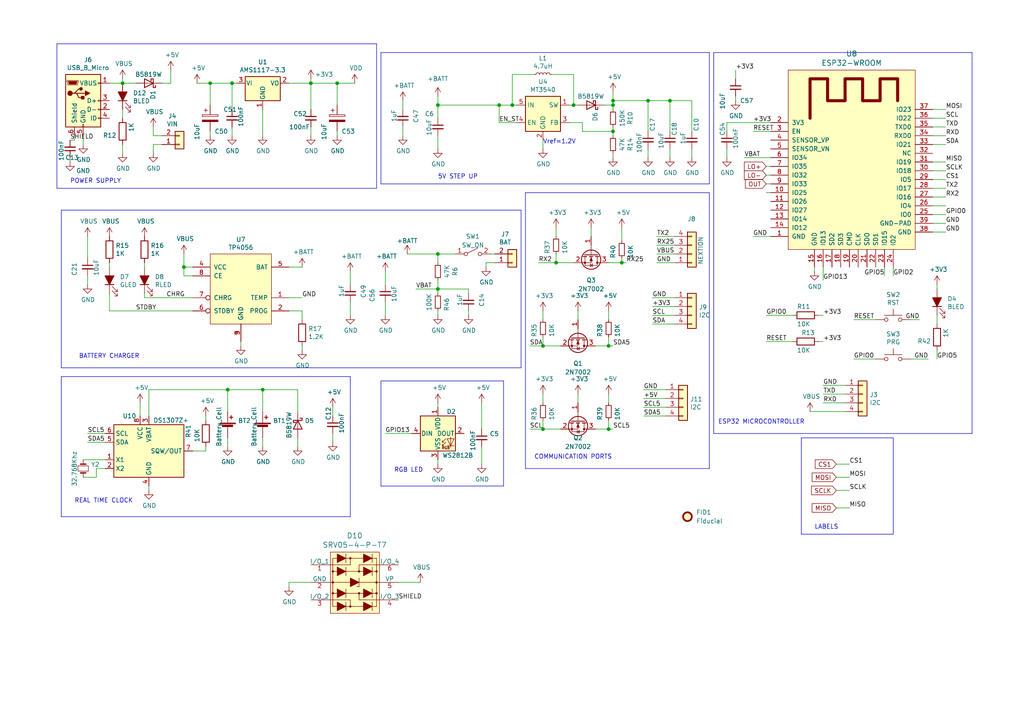
<source format=kicad_sch>
(kicad_sch (version 20230121) (generator eeschema)
  (paper "A4")
  (title_block (title "ECG IOT MODULE V-0.1") (date "2022-04-07") (company "BIOTI") (comment 1 "doenec@gmail.com") (comment 2 "ESTEBAN CORREDOR"))
  (junction (at 161.29 76.2))
  (junction (at 66.04 113.03))
  (junction (at 166.37 30.48))
  (junction (at 67.31 24.13))
  (junction (at 177.8 29.21))
  (junction (at 180.34 76.2))
  (junction (at 157.48 124.46))
  (junction (at 127 30.48))
  (junction (at 97.79 24.13))
  (junction (at 177.8 38.1))
  (junction (at 35.56 24.13))
  (junction (at 127 73.66))
  (junction (at 148.59 30.48))
  (junction (at 194.31 29.21))
  (junction (at 187.96 29.21))
  (junction (at 144.78 30.48))
  (junction (at 60.96 24.13))
  (junction (at 157.48 100.33))
  (junction (at 53.34 77.47))
  (junction (at 90.17 24.13))
  (junction (at 177.8 30.48))
  (junction (at 176.53 100.33))
  (junction (at 127 83.82))
  (junction (at 176.53 124.46))
  (junction (at 76.2 113.03))
  (wire (pts (xy 59.69 120.65) (xy 59.69 121.92)))
  (wire (pts (xy 194.31 29.21) (xy 194.31 38.1)))
  (wire (pts (xy 180.34 69.85) (xy 180.34 66.04)))
  (wire (pts (xy 271.78 91.44) (xy 271.78 93.98)))
  (wire (pts (xy 236.22 78.74) (xy 236.22 77.47)))
  (wire (pts (xy 90.17 22.86) (xy 90.17 24.13)))
  (wire (pts (xy 238.76 111.76) (xy 245.11 111.76)))
  (wire (pts (xy 25.4 128.27) (xy 30.48 128.27)))
  (wire (pts (xy 101.6 82.55) (xy 101.6 78.74)))
  (wire (pts (xy 20.32 40.64) (xy 21.59 40.64)))
  (wire (pts (xy 193.04 120.65) (xy 186.69 120.65)))
  (wire (pts (xy 115.57 168.91) (xy 121.92 168.91)))
  (wire (pts (xy 200.66 43.18) (xy 200.66 45.72)))
  (wire (pts (xy 176.53 92.71) (xy 176.53 90.17)))
  (wire (pts (xy 187.96 29.21) (xy 177.8 29.21)))
  (wire (pts (xy 90.17 168.91) (xy 83.82 168.91)))
  (wire (pts (xy 35.56 44.45) (xy 35.56 41.91)))
  (wire (pts (xy 46.99 41.91) (xy 44.45 41.91)))
  (wire (pts (xy 67.31 24.13) (xy 67.31 31.75)))
  (wire (pts (xy 274.32 41.91) (xy 270.51 41.91)))
  (wire (pts (xy 127 27.94) (xy 127 30.48)))
  (wire (pts (xy 176.53 124.46) (xy 172.72 124.46)))
  (wire (pts (xy 31.75 85.09) (xy 31.75 90.17)))
  (wire (pts (xy 222.25 55.88) (xy 223.52 55.88)))
  (wire (pts (xy 127 39.37) (xy 127 43.18)))
  (polyline (pts (xy 232.41 127) (xy 259.08 127)))
  (wire (pts (xy 177.8 29.21) (xy 177.8 26.67)))
  (wire (pts (xy 176.53 97.79) (xy 176.53 100.33)))
  (wire (pts (xy 193.04 115.57) (xy 186.69 115.57)))
  (wire (pts (xy 271.78 82.55) (xy 271.78 83.82)))
  (wire (pts (xy 59.69 130.81) (xy 55.88 130.81)))
  (wire (pts (xy 127 73.66) (xy 132.08 73.66)))
  (wire (pts (xy 162.56 100.33) (xy 157.48 100.33)))
  (wire (pts (xy 177.8 38.1) (xy 177.8 36.83)))
  (wire (pts (xy 127 81.28) (xy 127 83.82)))
  (wire (pts (xy 87.63 90.17) (xy 83.82 90.17)))
  (wire (pts (xy 120.65 83.82) (xy 127 83.82)))
  (wire (pts (xy 168.91 35.56) (xy 168.91 38.1)))
  (wire (pts (xy 274.32 52.07) (xy 270.51 52.07)))
  (wire (pts (xy 166.37 76.2) (xy 161.29 76.2)))
  (wire (pts (xy 161.29 68.58) (xy 161.29 66.04)))
  (wire (pts (xy 238.76 81.28) (xy 238.76 77.47)))
  (polyline (pts (xy 110.49 53.34) (xy 205.74 53.34)))
  (wire (pts (xy 87.63 92.71) (xy 87.63 90.17)))
  (polyline (pts (xy 110.49 140.97) (xy 110.49 110.49)))
  (wire (pts (xy 229.87 91.44) (xy 222.25 91.44)))
  (wire (pts (xy 215.9 45.72) (xy 223.52 45.72)))
  (wire (pts (xy 153.67 100.33) (xy 157.48 100.33)))
  (wire (pts (xy 111.76 91.44) (xy 111.76 87.63)))
  (wire (pts (xy 156.21 76.2) (xy 161.29 76.2)))
  (wire (pts (xy 144.78 35.56) (xy 144.78 30.48)))
  (wire (pts (xy 148.59 30.48) (xy 149.86 30.48)))
  (wire (pts (xy 30.48 133.35) (xy 24.13 133.35)))
  (wire (pts (xy 194.31 45.72) (xy 194.31 43.18)))
  (wire (pts (xy 43.18 113.03) (xy 43.18 120.65)))
  (wire (pts (xy 118.11 73.66) (xy 127 73.66)))
  (wire (pts (xy 57.15 24.13) (xy 60.96 24.13)))
  (polyline (pts (xy 151.13 106.68) (xy 17.78 106.68)))
  (wire (pts (xy 166.37 30.48) (xy 165.1 30.48)))
  (wire (pts (xy 76.2 39.37) (xy 76.2 31.75)))
  (wire (pts (xy 102.87 24.13) (xy 97.79 24.13)))
  (wire (pts (xy 245.11 114.3) (xy 238.76 114.3)))
  (wire (pts (xy 66.04 113.03) (xy 76.2 113.03)))
  (wire (pts (xy 153.67 124.46) (xy 157.48 124.46)))
  (wire (pts (xy 176.53 116.84) (xy 176.53 114.3)))
  (wire (pts (xy 274.32 57.15) (xy 270.51 57.15)))
  (wire (pts (xy 116.84 39.37) (xy 116.84 36.83)))
  (wire (pts (xy 27.94 138.43) (xy 27.94 135.89)))
  (wire (pts (xy 55.88 86.36) (xy 41.91 86.36)))
  (wire (pts (xy 180.34 74.93) (xy 180.34 76.2)))
  (wire (pts (xy 177.8 38.1) (xy 177.8 39.37)))
  (wire (pts (xy 87.63 86.36) (xy 83.82 86.36)))
  (wire (pts (xy 127 118.11) (xy 127 116.84)))
  (wire (pts (xy 111.76 78.74) (xy 111.76 82.55)))
  (wire (pts (xy 43.18 142.24) (xy 43.18 140.97)))
  (wire (pts (xy 39.37 24.13) (xy 35.56 24.13)))
  (wire (pts (xy 195.58 76.2) (xy 190.5 76.2)))
  (wire (pts (xy 25.4 68.58) (xy 25.4 74.93)))
  (polyline (pts (xy 232.41 154.94) (xy 232.41 127)))
  (wire (pts (xy 30.48 125.73) (xy 25.4 125.73)))
  (wire (pts (xy 127 83.82) (xy 127 85.09)))
  (wire (pts (xy 66.04 129.54) (xy 66.04 127)))
  (wire (pts (xy 40.64 116.84) (xy 40.64 120.65)))
  (wire (pts (xy 83.82 24.13) (xy 90.17 24.13)))
  (wire (pts (xy 190.5 73.66) (xy 195.58 73.66)))
  (wire (pts (xy 96.52 118.11) (xy 96.52 120.65)))
  (wire (pts (xy 259.08 80.01) (xy 259.08 77.47)))
  (polyline (pts (xy 152.4 55.88) (xy 152.4 135.89)))
  (wire (pts (xy 274.32 59.69) (xy 270.51 59.69)))
  (wire (pts (xy 274.32 36.83) (xy 270.51 36.83)))
  (wire (pts (xy 180.34 76.2) (xy 176.53 76.2)))
  (wire (pts (xy 195.58 88.9) (xy 189.23 88.9)))
  (wire (pts (xy 127 73.66) (xy 127 76.2)))
  (wire (pts (xy 66.04 113.03) (xy 66.04 119.38)))
  (polyline (pts (xy 205.74 135.89) (xy 152.4 135.89)))
  (wire (pts (xy 195.58 86.36) (xy 189.23 86.36)))
  (wire (pts (xy 49.53 24.13) (xy 49.53 20.32)))
  (polyline (pts (xy 17.78 109.22) (xy 101.6 109.22)))
  (wire (pts (xy 87.63 77.47) (xy 83.82 77.47)))
  (polyline (pts (xy 259.08 154.94) (xy 232.41 154.94)))
  (polyline (pts (xy 281.94 15.24) (xy 281.94 125.73)))
  (wire (pts (xy 167.64 30.48) (xy 166.37 30.48)))
  (wire (pts (xy 274.32 64.77) (xy 270.51 64.77)))
  (wire (pts (xy 176.53 100.33) (xy 172.72 100.33)))
  (wire (pts (xy 274.32 31.75) (xy 270.51 31.75)))
  (wire (pts (xy 274.32 62.23) (xy 270.51 62.23)))
  (wire (pts (xy 157.48 124.46) (xy 157.48 121.92)))
  (wire (pts (xy 143.51 76.2) (xy 140.97 76.2)))
  (wire (pts (xy 162.56 124.46) (xy 157.48 124.46)))
  (polyline (pts (xy 110.49 110.49) (xy 146.05 110.49)))
  (wire (pts (xy 166.37 21.59) (xy 160.02 21.59)))
  (wire (pts (xy 60.96 24.13) (xy 60.96 30.48)))
  (wire (pts (xy 222.25 48.26) (xy 223.52 48.26)))
  (wire (pts (xy 24.13 39.37) (xy 24.13 41.91)))
  (wire (pts (xy 148.59 21.59) (xy 148.59 30.48)))
  (polyline (pts (xy 109.22 12.7) (xy 109.22 54.61)))
  (wire (pts (xy 20.32 45.72) (xy 20.32 46.99)))
  (wire (pts (xy 53.34 80.01) (xy 55.88 80.01)))
  (wire (pts (xy 193.04 113.03) (xy 186.69 113.03)))
  (wire (pts (xy 195.58 71.12) (xy 190.5 71.12)))
  (wire (pts (xy 246.38 134.62) (xy 242.57 134.62)))
  (wire (pts (xy 144.78 30.48) (xy 148.59 30.48)))
  (wire (pts (xy 177.8 100.33) (xy 176.53 100.33)))
  (wire (pts (xy 256.54 77.47) (xy 256.54 80.01)))
  (polyline (pts (xy 146.05 140.97) (xy 110.49 140.97)))
  (wire (pts (xy 142.24 73.66) (xy 143.51 73.66)))
  (wire (pts (xy 90.17 24.13) (xy 97.79 24.13)))
  (wire (pts (xy 60.96 39.37) (xy 60.96 38.1)))
  (wire (pts (xy 90.17 39.37) (xy 90.17 36.83)))
  (polyline (pts (xy 110.49 15.24) (xy 205.74 15.24)))
  (wire (pts (xy 86.36 113.03) (xy 86.36 119.38)))
  (polyline (pts (xy 207.01 125.73) (xy 281.94 125.73)))
  (wire (pts (xy 31.75 24.13) (xy 35.56 24.13)))
  (wire (pts (xy 181.61 76.2) (xy 180.34 76.2)))
  (wire (pts (xy 83.82 168.91) (xy 83.82 170.18)))
  (wire (pts (xy 86.36 129.54) (xy 86.36 127)))
  (wire (pts (xy 270.51 54.61) (xy 274.32 54.61)))
  (wire (pts (xy 154.94 21.59) (xy 148.59 21.59)))
  (wire (pts (xy 246.38 147.32) (xy 242.57 147.32)))
  (wire (pts (xy 49.53 24.13) (xy 46.99 24.13)))
  (wire (pts (xy 101.6 91.44) (xy 101.6 87.63)))
  (wire (pts (xy 176.53 121.92) (xy 176.53 124.46)))
  (wire (pts (xy 223.52 68.58) (xy 218.44 68.58)))
  (wire (pts (xy 229.87 99.06) (xy 222.25 99.06)))
  (wire (pts (xy 68.58 24.13) (xy 67.31 24.13)))
  (wire (pts (xy 127 90.17) (xy 127 91.44)))
  (wire (pts (xy 194.31 29.21) (xy 187.96 29.21)))
  (wire (pts (xy 200.66 29.21) (xy 194.31 29.21)))
  (wire (pts (xy 135.89 85.09) (xy 135.89 83.82)))
  (wire (pts (xy 222.25 50.8) (xy 223.52 50.8)))
  (wire (pts (xy 187.96 45.72) (xy 187.96 43.18)))
  (wire (pts (xy 157.48 100.33) (xy 157.48 97.79)))
  (wire (pts (xy 67.31 39.37) (xy 67.31 36.83)))
  (wire (pts (xy 31.75 76.2) (xy 31.75 77.47)))
  (wire (pts (xy 195.58 93.98) (xy 189.23 93.98)))
  (polyline (pts (xy 16.51 12.7) (xy 109.22 12.7)))
  (wire (pts (xy 55.88 90.17) (xy 31.75 90.17)))
  (wire (pts (xy 55.88 77.47) (xy 53.34 77.47)))
  (wire (pts (xy 234.95 119.38) (xy 245.11 119.38)))
  (wire (pts (xy 218.44 38.1) (xy 223.52 38.1)))
  (wire (pts (xy 177.8 31.75) (xy 177.8 30.48)))
  (wire (pts (xy 76.2 113.03) (xy 76.2 119.38)))
  (wire (pts (xy 139.7 134.62) (xy 139.7 129.54)))
  (wire (pts (xy 246.38 138.43) (xy 242.57 138.43)))
  (polyline (pts (xy 207.01 15.24) (xy 207.01 125.73)))
  (wire (pts (xy 274.32 34.29) (xy 270.51 34.29)))
  (wire (pts (xy 135.89 90.17) (xy 135.89 91.44)))
  (wire (pts (xy 245.11 116.84) (xy 238.76 116.84)))
  (polyline (pts (xy 259.08 127) (xy 259.08 154.94)))
  (polyline (pts (xy 152.4 55.88) (xy 205.74 55.88)))
  (wire (pts (xy 127 30.48) (xy 144.78 30.48)))
  (wire (pts (xy 96.52 125.73) (xy 96.52 128.27)))
  (polyline (pts (xy 17.78 60.96) (xy 151.13 60.96)))
  (wire (pts (xy 246.38 142.24) (xy 242.57 142.24)))
  (wire (pts (xy 25.4 82.55) (xy 25.4 80.01)))
  (wire (pts (xy 189.23 91.44) (xy 195.58 91.44)))
  (wire (pts (xy 44.45 39.37) (xy 46.99 39.37)))
  (wire (pts (xy 127 134.62) (xy 127 133.35)))
  (polyline (pts (xy 205.74 15.24) (xy 205.74 53.34)))
  (wire (pts (xy 237.49 99.06) (xy 238.76 99.06)))
  (wire (pts (xy 190.5 68.58) (xy 195.58 68.58)))
  (wire (pts (xy 165.1 35.56) (xy 168.91 35.56)))
  (wire (pts (xy 21.59 39.37) (xy 21.59 40.64)))
  (wire (pts (xy 127 30.48) (xy 127 34.29)))
  (polyline (pts (xy 146.05 110.49) (xy 146.05 140.97)))
  (wire (pts (xy 97.79 24.13) (xy 97.79 30.48)))
  (wire (pts (xy 213.36 20.32) (xy 213.36 22.86)))
  (polyline (pts (xy 17.78 149.86) (xy 17.78 109.22)))
  (wire (pts (xy 186.69 118.11) (xy 193.04 118.11)))
  (wire (pts (xy 53.34 77.47) (xy 53.34 80.01)))
  (wire (pts (xy 35.56 22.86) (xy 35.56 24.13)))
  (wire (pts (xy 97.79 39.37) (xy 97.79 38.1)))
  (wire (pts (xy 41.91 86.36) (xy 41.91 85.09)))
  (wire (pts (xy 177.8 124.46) (xy 176.53 124.46)))
  (wire (pts (xy 167.64 114.3) (xy 167.64 116.84)))
  (wire (pts (xy 157.48 43.18) (xy 157.48 40.64)))
  (wire (pts (xy 171.45 66.04) (xy 171.45 68.58)))
  (wire (pts (xy 177.8 45.72) (xy 177.8 44.45)))
  (wire (pts (xy 222.25 53.34) (xy 223.52 53.34)))
  (polyline (pts (xy 101.6 149.86) (xy 17.78 149.86)))
  (wire (pts (xy 59.69 129.54) (xy 59.69 130.81)))
  (wire (pts (xy 270.51 67.31) (xy 274.32 67.31)))
  (wire (pts (xy 271.78 104.14) (xy 271.78 101.6)))
  (wire (pts (xy 35.56 31.75) (xy 35.56 34.29)))
  (wire (pts (xy 27.94 135.89) (xy 30.48 135.89)))
  (wire (pts (xy 90.17 31.75) (xy 90.17 24.13)))
  (wire (pts (xy 43.18 113.03) (xy 66.04 113.03)))
  (polyline (pts (xy 205.74 55.88) (xy 205.74 135.89)))
  (wire (pts (xy 76.2 113.03) (xy 86.36 113.03)))
  (wire (pts (xy 167.64 90.17) (xy 167.64 92.71)))
  (wire (pts (xy 247.65 92.71) (xy 254 92.71)))
  (wire (pts (xy 127 83.82) (xy 135.89 83.82)))
  (wire (pts (xy 24.13 138.43) (xy 27.94 138.43)))
  (wire (pts (xy 210.82 35.56) (xy 210.82 38.1)))
  (wire (pts (xy 157.48 116.84) (xy 157.48 114.3)))
  (wire (pts (xy 269.24 104.14) (xy 264.16 104.14)))
  (wire (pts (xy 210.82 43.18) (xy 210.82 45.72)))
  (wire (pts (xy 168.91 38.1) (xy 177.8 38.1)))
  (wire (pts (xy 41.91 76.2) (xy 41.91 77.47)))
  (wire (pts (xy 161.29 76.2) (xy 161.29 73.66)))
  (wire (pts (xy 116.84 31.75) (xy 116.84 29.21)))
  (wire (pts (xy 53.34 73.66) (xy 53.34 77.47)))
  (polyline (pts (xy 16.51 54.61) (xy 16.51 12.7)))
  (wire (pts (xy 254 104.14) (xy 247.65 104.14)))
  (wire (pts (xy 111.76 125.73) (xy 119.38 125.73)))
  (polyline (pts (xy 101.6 109.22) (xy 101.6 149.86)))
  (wire (pts (xy 87.63 101.6) (xy 87.63 100.33)))
  (wire (pts (xy 270.51 39.37) (xy 274.32 39.37)))
  (wire (pts (xy 264.16 92.71) (xy 266.7 92.71)))
  (wire (pts (xy 144.78 35.56) (xy 149.86 35.56)))
  (polyline (pts (xy 110.49 53.34) (xy 110.49 15.24)))
  (polyline (pts (xy 17.78 106.68) (xy 17.78 60.96)))
  (wire (pts (xy 69.85 100.33) (xy 69.85 99.06)))
  (wire (pts (xy 140.97 76.2) (xy 140.97 77.47)))
  (wire (pts (xy 44.45 41.91) (xy 44.45 44.45)))
  (wire (pts (xy 210.82 35.56) (xy 223.52 35.56)))
  (wire (pts (xy 270.51 49.53) (xy 274.32 49.53)))
  (wire (pts (xy 139.7 116.84) (xy 139.7 124.46)))
  (polyline (pts (xy 207.01 15.24) (xy 281.94 15.24)))
  (wire (pts (xy 44.45 36.83) (xy 44.45 39.37)))
  (wire (pts (xy 157.48 92.71) (xy 157.48 90.17)))
  (wire (pts (xy 238.76 91.44) (xy 237.49 91.44)))
  (wire (pts (xy 274.32 46.99) (xy 270.51 46.99)))
  (polyline (pts (xy 16.51 54.61) (xy 109.22 54.61)))
  (wire (pts (xy 177.8 30.48) (xy 175.26 30.48)))
  (wire (pts (xy 60.96 24.13) (xy 67.31 24.13)))
  (wire (pts (xy 200.66 38.1) (xy 200.66 29.21)))
  (wire (pts (xy 187.96 29.21) (xy 187.96 38.1)))
  (wire (pts (xy 166.37 30.48) (xy 166.37 21.59)))
  (wire (pts (xy 76.2 129.54) (xy 76.2 127)))
  (wire (pts (xy 213.36 29.21) (xy 213.36 27.94)))
  (polyline (pts (xy 151.13 60.96) (xy 151.13 106.68)))
  (wire (pts (xy 177.8 30.48) (xy 177.8 29.21)))
  (text "ESP32 MICROCONTROLLER" (at 208.28 123.19 0) (effects (font (size 1.27 1.27)) (justify left bottom)))
  (text "LABELS" (at 236.22 153.67 0) (effects (font (size 1.27 1.27)) (justify left bottom)))
  (text "REAL TIME CLOCK" (at 21.59 146.05 0) (effects (font (size 1.27 1.27)) (justify left bottom)))
  (text "COMMUNICATION PORTS" (at 154.94 133.35 0) (effects (font (size 1.27 1.27)) (justify left bottom)))
  (text "POWER SUPPLY" (at 20.32 53.34 0) (effects (font (size 1.27 1.27)) (justify left bottom)))
  (text "5V STEP UP" (at 127 52.07 0) (effects (font (size 1.27 1.27)) (justify left bottom)))
  (text "BATTERY CHARGER" (at 22.86 104.14 0) (effects (font (size 1.27 1.27)) (justify left bottom)))
  (text "Vref=1.2V" (at 157.48 41.91 0) (effects (font (size 1.27 1.27)) (justify left bottom)))
  (text "RGB LED" (at 114.3 137.16 0) (effects (font (size 1.27 1.27)) (justify left bottom)))
  (label "SDA5" (at 177.8 100.33 0))
  (label "TX2" (at 274.32 54.61 0))
  (label "GND" (at 269.24 104.14 180))
  (label "GPIO5" (at 256.54 80.01 180))
  (label "RX25" (at 190.5 71.12 0))
  (label "RX2" (at 274.32 57.15 0))
  (label "SCL" (at 274.32 34.29 0))
  (label "SDA5" (at 186.69 120.65 0))
  (label "SCL5" (at 177.8 124.46 0))
  (label "SDA" (at 189.23 93.98 0))
  (label "GND" (at 186.69 113.03 0))
  (label "GND" (at 274.32 64.77 0))
  (label "GND" (at 274.32 67.31 0))
  (label "SCL" (at 189.23 91.44 0))
  (label "SHIELD" (at 20.32 40.64 0))
  (label "SCLK" (at 274.32 49.53 0))
  (label "VBUS" (at 190.5 73.66 0))
  (label "RESET" (at 222.25 99.06 0))
  (label "EN_ST" (at 144.78 35.56 0))
  (label "+5V" (at 186.69 115.57 0))
  (label "GPIO13" (at 238.76 81.28 0))
  (label "GND" (at 218.44 68.58 0))
  (label "GPIO0" (at 274.32 62.23 0))
  (label "MISO" (at 274.32 46.99 0))
  (label "MISO" (at 246.38 147.32 0))
  (label "SHIELD" (at 115.57 173.99 0))
  (label "TX2" (at 190.5 68.58 0))
  (label "+3V3" (at 218.44 35.56 0))
  (label "+3V3" (at 238.76 91.44 0))
  (label "SDA5" (at 25.4 128.27 0))
  (label "RESET" (at 218.44 38.1 0))
  (label "RX2" (at 156.21 76.2 0))
  (label "CS1" (at 274.32 52.07 0))
  (label "MOSI" (at 274.32 31.75 0))
  (label "MOSI" (at 246.38 138.43 0))
  (label "+3V3" (at 189.23 88.9 0))
  (label "VBAT" (at 120.65 83.82 0))
  (label "RXD" (at 274.32 39.37 0))
  (label "RESET" (at 247.65 92.71 0))
  (label "GND" (at 87.63 86.36 0))
  (label "SDA" (at 153.67 100.33 0))
  (label "RX25" (at 181.61 76.2 0))
  (label "GND" (at 189.23 86.36 0))
  (label "SCLK" (at 246.38 142.24 0))
  (label "GPIO0" (at 247.65 104.14 0))
  (label "GND" (at 238.76 111.76 0))
  (label "STDBY" (at 39.37 90.17 0))
  (label "GPIO5" (at 271.78 104.14 0))
  (label "SDA" (at 274.32 41.91 0))
  (label "CS1" (at 246.38 134.62 0))
  (label "GND" (at 190.5 76.2 0))
  (label "SCL5" (at 186.69 118.11 0))
  (label "TXD" (at 238.76 114.3 0))
  (label "RXD" (at 238.76 116.84 0))
  (label "GPIO0" (at 222.25 91.44 0))
  (label "+3V3" (at 213.36 20.32 0))
  (label "GPIO2" (at 259.08 80.01 0))
  (label "VBAT" (at 215.9 45.72 0))
  (label "GND" (at 266.7 92.71 180))
  (label "+3V3" (at 238.76 99.06 0))
  (label "CHRG" (at 48.26 86.36 0))
  (label "SCL" (at 153.67 124.46 0))
  (label "GPIO13" (at 111.76 125.73 0))
  (label "SCL5" (at 25.4 125.73 0))
  (label "TXD" (at 274.32 36.83 0))
  (global_label "LO+" (shape input) (at 222.25 48.26 180) (property "Intersheetrefs" "${INTERSHEET_REFS}" (effects hide)))
  (global_label "LO-" (shape input) (at 222.25 50.8 180) (property "Intersheetrefs" "${INTERSHEET_REFS}" (effects hide)))
  (global_label "SCLK" (shape input) (at 242.57 142.24 180) (property "Intersheetrefs" "${INTERSHEET_REFS}" (effects hide)))
  (global_label "OUT" (shape input) (at 222.25 53.34 180) (property "Intersheetrefs" "${INTERSHEET_REFS}" (effects hide)))
  (global_label "MISO" (shape input) (at 242.57 147.32 180) (property "Intersheetrefs" "${INTERSHEET_REFS}" (effects hide)))
  (global_label "CS1" (shape input) (at 242.57 134.62 180) (property "Intersheetrefs" "${INTERSHEET_REFS}" (effects hide)))
  (global_label "MOSI" (shape input) (at 242.57 138.43 180) (property "Intersheetrefs" "${INTERSHEET_REFS}" (effects hide)))
  (symbol (lib_id "power:GND") (at 60.96 39.37 0) (unit 1)
    (property "Reference" "#PWR0172" (effects hide))
    (property "Value" "GND" (at 61.087 43.7642 0))
  )
  (symbol (lib_id "Switch:SW_Push") (at 259.08 92.71 0) (unit 1)
    (property "Reference" "SW2" (at 259.08 85.471 0))
    (property "Value" "RST" (at 259.08 87.7824 0))
    (property "Footprint" "Button_Switch_SMD:SW_SPST_FSMSM" (effects hide))
    (property "LCSC-PN" "C118141" (effects hide))
    (property "Manufacturer" "Korean Hroparts Elec" (effects hide))
    (property "MPN" "K2-1107ST-A4DW-06" (effects hide))
  )
  (symbol (lib_id "power:+3V3") (at 90.17 22.86 0) (unit 1)
    (property "Reference" "#PWR0168" (effects hide))
    (property "Value" "+3V3" (at 93.98 21.59 0))
  )
  (symbol (lib_id "BCI_V-0.1-rescue:C_Small-device") (at 67.31 34.29 0) (unit 1)
    (property "Reference" "C51" (at 64.77 31.75 0) (effects (justify left)))
    (property "Value" "100nF" (at 69.85 36.83 90) (effects (justify left)))
    (property "Footprint" "Capacitor_SMD:C_0402_1005Metric" (effects hide))
    (property "LCSC-PN" "C1525" (effects hide))
    (property "Manufacturer" "Samsung Electro-Mechanics" (effects hide))
    (property "MPN" "CL05B104KO5NNNC" (effects hide))
  )
  (symbol (lib_id "power:GND") (at 67.31 39.37 0) (unit 1)
    (property "Reference" "#PWR0174" (effects hide))
    (property "Value" "GND" (at 67.437 43.7642 0))
  )
  (symbol (lib_id "BCI_V-0.1-rescue:USB_B_Micro-Connector") (at 24.13 29.21 0) (unit 1)
    (property "Reference" "J6" (at 25.527 17.3482 0))
    (property "Value" "USB_B_Micro" (at 25.527 19.6596 0))
    (property "Footprint" "Connectors_USB:USB_Micro-B_Molex-105017-0001" (effects hide))
    (property "Status" "475890001" (effects hide))
    (property "LCSC-PN" "C136000" (effects hide))
    (property "Manufacturer" "molex" (effects hide))
    (property "MPN" "1050170001" (effects hide))
  )
  (symbol (lib_id "power:GND") (at 24.13 41.91 0) (unit 1)
    (property "Reference" "#PWR0178" (effects hide))
    (property "Value" "GND" (at 24.257 46.3042 0))
  )
  (symbol (lib_id "BCI_V-0.1-rescue:R-device") (at 233.68 99.06 270) (unit 1)
    (property "Reference" "R13" (at 232.41 96.52 90) (effects (justify left)))
    (property "Value" "10K" (at 231.14 101.6 90) (effects (justify left)))
    (property "Footprint" "Resistor_SMD:R_0402_1005Metric" (effects hide))
    (property "LCSC-PN" "C25744" (effects hide))
    (property "Manufacturer" "Uniroyal Elec" (effects hide))
    (property "MPN" "0402WGF1002TCE" (effects hide))
  )
  (symbol (lib_id "Switch:SW_Push") (at 259.08 104.14 0) (unit 1)
    (property "Reference" "SW3" (at 259.08 96.901 0))
    (property "Value" "PRG" (at 259.08 99.2124 0))
    (property "Footprint" "Button_Switch_SMD:SW_SPST_FSMSM" (effects hide))
    (property "LCSC-PN" "C118141" (effects hide))
    (property "Manufacturer" "Korean Hroparts Elec" (effects hide))
    (property "MPN" "K2-1107ST-A4DW-06" (effects hide))
  )
  (symbol (lib_id "BCI_V-0.1-rescue:R-device") (at 233.68 91.44 270) (unit 1)
    (property "Reference" "R11" (at 231.14 88.9 90) (effects (justify left)))
    (property "Value" "10K" (at 231.14 93.98 90) (effects (justify left)))
    (property "Footprint" "Resistor_SMD:R_0402_1005Metric" (effects hide))
    (property "LCSC-PN" "C25744" (effects hide))
    (property "Manufacturer" "Uniroyal Elec" (effects hide))
    (property "MPN" "0402WGF1002TCE" (effects hide))
  )
  (symbol (lib_id "BCI_V-0.1-rescue:CP-device") (at 60.96 34.29 0) (unit 1)
    (property "Reference" "C50" (at 62.23 38.1 0) (effects (justify left)))
    (property "Value" "10uF" (at 57.15 40.64 90) (effects (justify left)))
    (property "Footprint" "Capacitor_SMD:C_0402_1005Metric" (effects hide))
    (property "LCSC-PN" "C15525" (effects hide))
    (property "Manufacturer" "Samsung Electro-Mechanics" (effects hide))
    (property "MPN" "CL05A106MQ5NUNC" (effects hide))
  )
  (symbol (lib_id "BCI_V-0.1-rescue:C_Small-device") (at 210.82 40.64 0) (unit 1)
    (property "Reference" "C54" (at 209.55 39.37 90) (effects (justify left)))
    (property "Value" "100nF" (at 213.36 43.18 90) (effects (justify left)))
    (property "Footprint" "Capacitor_SMD:C_0402_1005Metric" (effects hide))
    (property "LCSC-PN" "C1525" (effects hide))
    (property "Manufacturer" "Samsung Electro-Mechanics" (effects hide))
    (property "MPN" "CL05B104KO5NNNC" (effects hide))
  )
  (symbol (lib_id "power:GND") (at 210.82 45.72 0) (unit 1)
    (property "Reference" "#PWR0185" (effects hide))
    (property "Value" "GND" (at 210.947 50.1142 0))
  )
  (symbol (lib_id "power:GND") (at 236.22 78.74 0) (unit 1)
    (property "Reference" "#PWR0186" (effects hide))
    (property "Value" "GND" (at 236.347 83.1342 0))
  )
  (symbol (lib_id "power:GND") (at 76.2 39.37 0) (unit 1)
    (property "Reference" "#PWR0192" (effects hide))
    (property "Value" "GND" (at 76.327 43.7642 0))
  )
  (symbol (lib_id "BCI_V-0.1-rescue:C_Small-device") (at 90.17 34.29 0) (unit 1)
    (property "Reference" "C52" (at 85.09 33.02 0) (effects (justify left)))
    (property "Value" "100nF" (at 83.82 36.83 0) (effects (justify left)))
    (property "Footprint" "Capacitor_SMD:C_0402_1005Metric" (effects hide))
    (property "LCSC-PN" "C1525" (effects hide))
    (property "Manufacturer" "Samsung Electro-Mechanics" (effects hide))
    (property "MPN" "CL05B104KO5NNNC" (effects hide))
  )
  (symbol (lib_id "BCI_V-0.1-rescue:CP-device") (at 97.79 34.29 0) (unit 1)
    (property "Reference" "C53" (at 99.06 38.1 0) (effects (justify left)))
    (property "Value" "10uF" (at 93.98 40.64 90) (effects (justify left)))
    (property "Footprint" "Capacitor_SMD:C_0402_1005Metric" (effects hide))
    (property "LCSC-PN" "C15525" (effects hide))
    (property "Manufacturer" "Samsung Electro-Mechanics" (effects hide))
    (property "MPN" "CL05A106MQ5NUNC" (effects hide))
  )
  (symbol (lib_id "power:GND") (at 90.17 39.37 0) (unit 1)
    (property "Reference" "#PWR0193" (effects hide))
    (property "Value" "GND" (at 90.297 43.7642 0))
  )
  (symbol (lib_id "power:GND") (at 97.79 39.37 0) (unit 1)
    (property "Reference" "#PWR0194" (effects hide))
    (property "Value" "GND" (at 97.917 43.7642 0))
  )
  (symbol (lib_id "power:+BATT") (at 116.84 29.21 0) (unit 1)
    (property "Reference" "#PWR0169" (effects hide))
    (property "Value" "+BATT" (at 117.221 24.8158 0))
  )
  (symbol (lib_id "power:GND") (at 116.84 39.37 0) (unit 1)
    (property "Reference" "#PWR0173" (effects hide))
    (property "Value" "GND" (at 116.967 43.7642 0))
  )
  (symbol (lib_id "BCI_V-0.1-rescue:C_Small-device") (at 116.84 34.29 180) (unit 1)
    (property "Reference" "C47" (at 120.65 31.75 90) (effects (justify left)))
    (property "Value" "1uF" (at 114.3 31.75 90) (effects (justify left)))
    (property "Footprint" "Capacitor_SMD:C_0402_1005Metric" (effects hide))
    (property "LCSC-PN" "C52923" (effects hide))
    (property "Manufacturer" "Samsung Electro-Mechanics" (effects hide))
    (property "MPN" "CL05A105KA5NQNC" (effects hide))
  )
  (symbol (lib_id "power:GND") (at 213.36 29.21 0) (unit 1)
    (property "Reference" "#PWR0197" (effects hide))
    (property "Value" "GND" (at 213.487 33.6042 0))
  )
  (symbol (lib_id "BCI_V-0.1-rescue:LED_ALT-device") (at 35.56 27.94 90) (unit 1)
    (property "Reference" "D12" (at 38.5572 26.9748 90) (effects (justify right)))
    (property "Value" "BLED" (at 38.5572 29.2862 90) (effects (justify right)))
    (property "Footprint" "LED_SMD:LED_0603_1608Metric" (effects hide))
    (property "LCSC-PN" "C72041" (effects hide))
    (property "Manufacturer" "Everlight Elec" (effects hide))
    (property "MPN" "19-217/BHC-ZL1M2RY/3T" (effects hide))
  )
  (symbol (lib_id "BCI_V-0.1-rescue:R-device") (at 35.56 38.1 180) (unit 1)
    (property "Reference" "R12" (at 33.782 39.2684 0) (effects (justify left)))
    (property "Value" "1K" (at 38.1 35.56 90) (effects (justify left)))
    (property "Footprint" "Resistor_SMD:R_0603_1608Metric" (effects hide))
    (property "LCSC-PN" "C21190" (effects hide))
    (property "Manufacturer" "Uniroyal Elec" (effects hide))
    (property "MPN" "0603WAF1001T5E" (effects hide))
  )
  (symbol (lib_id "power:+3V3") (at 271.78 82.55 0) (unit 1)
    (property "Reference" "#PWR0201" (effects hide))
    (property "Value" "+3V3" (at 272.161 78.1558 0))
  )
  (symbol (lib_id "power:VBUS") (at 35.56 22.86 0) (unit 1)
    (property "Reference" "#PWR0203" (effects hide))
    (property "Value" "VBUS" (at 35.941 18.4658 0))
  )
  (symbol (lib_id "BCI_V-0.1-rescue:ESP32-WROOM-ESP32-footprints-Shem-Lib") (at 247.65 50.8 0) (unit 1)
    (property "Reference" "U8" (at 247.015 15.5702 0) (effects (font (size 1.524 1.524))))
    (property "Value" "ESP32-WROOM" (at 247.015 18.2626 0) (effects (font (size 1.524 1.524))))
    (property "Footprint" "nodemcu:ESP32-WROOM-Modif" (effects hide))
    (property "LCSC-PN" "C82899" (effects hide))
    (property "MPN" "ESP32-WROOM-32E(4MB)" (effects hide))
    (property "lcsc  Part #" "Espressif Systems" (effects hide))
    (property "Manufacturer" "Espressif Systems" (effects hide))
  )
  (symbol (lib_id "BCI_V-0.1-rescue:Conn_01x02-conn") (at 52.07 41.91 0) (mirror x) (unit 1)
    (property "Reference" "J4" (at 49.9872 33.655 0))
    (property "Value" "VIN" (at 49.9872 35.9664 0))
    (property "Footprint" "Connector_PinHeader_2.54mm:PinHeader_1x02_P2.54mm_Vertical" (effects hide))
  )
  (symbol (lib_id "power:VBUS") (at 44.45 36.83 0) (unit 1)
    (property "Reference" "#PWR0145" (effects hide))
    (property "Value" "VBUS" (at 44.831 32.4358 0))
  )
  (symbol (lib_id "power:GND") (at 44.45 44.45 0) (unit 1)
    (property "Reference" "#PWR0146" (effects hide))
    (property "Value" "GND" (at 44.577 48.8442 0))
  )
  (symbol (lib_id "power:VDD") (at 102.87 24.13 0) (unit 1)
    (property "Reference" "#PWR0206" (effects hide))
    (property "Value" "VDD" (at 103.251 19.7358 0))
  )
  (symbol (lib_id "Regulator_Linear:AMS1117-3.3") (at 76.2 24.13 0) (unit 1)
    (property "Reference" "U1" (at 76.2 17.9832 0))
    (property "Value" "AMS1117-3.3" (at 76.2 20.2946 0))
    (property "Footprint" "Package_TO_SOT_SMD:SOT-223-3_TabPin2" (effects hide))
    (property "Datasheet" "http://www.advanced-monolithic.com/pdf/ds1117.pdf" (effects hide))
    (property "LCSC-PN" "C6186" (effects hide))
    (property "MPN" "AMS1117-3.3" (effects hide))
    (property "Manufacturer" "Advanced Monolithic Systems" (effects hide))
  )
  (symbol (lib_id "Device:C_Small") (at 187.96 40.64 0) (unit 1)
    (property "Reference" "C17" (at 189.23 38.1 90) (effects (justify left)))
    (property "Value" "100nF" (at 185.42 44.45 90) (effects (justify left)))
    (property "Footprint" "Capacitor_SMD:C_0402_1005Metric" (effects hide))
    (property "LCSC-PN" "C1525" (effects hide))
    (property "MPN" "CL05B104KO5NNNC" (effects hide))
    (property "Manufacturer" "Samsung Electro-Mechanics" (effects hide))
    (property "LCSC-stock" "C106204" (effects hide))
  )
  (symbol (lib_id "Device:C_Small") (at 194.31 40.64 0) (unit 1)
    (property "Reference" "C18" (at 195.58 39.37 90) (effects (justify left)))
    (property "Value" "10uF" (at 191.77 43.18 90) (effects (justify left)))
    (property "Footprint" "Capacitor_SMD:C_0402_1005Metric" (effects hide))
    (property "LCSC-PN" "C15525" (effects hide))
    (property "MPN" "CL05A106MQ5NUNC" (effects hide))
    (property "Manufacturer" "Samsung Electro-Mechanics" (effects hide))
    (property "LCSC-stock" "C15525" (effects hide))
  )
  (symbol (lib_id "power:GND") (at 187.96 45.72 0) (unit 1)
    (property "Reference" "#PWR0151" (effects hide))
    (property "Value" "GND" (at 188.087 50.1142 0))
  )
  (symbol (lib_id "power:GND") (at 194.31 45.72 0) (unit 1)
    (property "Reference" "#PWR0152" (effects hide))
    (property "Value" "GND" (at 194.437 50.1142 0))
  )
  (symbol (lib_id "Device:L_Small") (at 157.48 21.59 90) (unit 1)
    (property "Reference" "L1" (at 157.48 16.891 90))
    (property "Value" "4.7uH" (at 157.48 19.2024 90))
    (property "Footprint" "Inductor_SMD:L_1008_2520Metric" (effects hide))
    (property "LCSC-PN" "C82314" (effects hide))
    (property "MPN" "LQM2HPN4R7MG0L" (effects hide))
    (property "Manufacturer" "Murata Electronics" (effects hide))
    (property "LCSC-stock" "C82314" (effects hide))
  )
  (symbol (lib_id "power:GND") (at 157.48 43.18 0) (unit 1)
    (property "Reference" "#PWR0153" (effects hide))
    (property "Value" "GND" (at 157.607 47.5742 0))
  )
  (symbol (lib_id "Device:C_Small") (at 127 36.83 0) (unit 1)
    (property "Reference" "C6" (at 123.19 33.02 0) (effects (justify left)))
    (property "Value" "10uF" (at 124.46 39.37 90) (effects (justify left)))
    (property "Footprint" "Capacitor_SMD:C_0402_1005Metric" (effects hide))
    (property "LCSC-PN" "C15525" (effects hide))
    (property "MPN" "CL05A106MQ5NUNC" (effects hide))
    (property "Manufacturer" "Samsung Electro-Mechanics" (effects hide))
    (property "LCSC-stock" "C15525" (effects hide))
  )
  (symbol (lib_id "esteban:MT3540") (at 157.48 33.02 0) (unit 1)
    (property "Reference" "U4" (at 157.48 23.6982 0))
    (property "Value" "MT3540" (at 157.48 26.0096 0))
    (property "Footprint" "Package_TO_SOT_SMD:SOT-23-5" (effects hide))
    (property "Datasheet" "https://www.olimex.com/Products/Breadboarding/BB-PWR-3608/resources/MT3608.pdf" (effects hide))
    (property "LCSC-PN" "C181744" (effects hide))
    (property "MPN" "MT3540" (effects hide))
    (property "Manufacturer" "XI'AN Aerosemi Tech" (effects hide))
    (property "LCSC-stock" "C181744" (effects hide))
  )
  (symbol (lib_id "power:+BATT") (at 127 27.94 0) (unit 1)
    (property "Reference" "#PWR0154" (effects hide))
    (property "Value" "+BATT" (at 127 22.86 0))
  )
  (symbol (lib_id "power:GND") (at 127 43.18 0) (unit 1)
    (property "Reference" "#PWR0155" (effects hide))
    (property "Value" "GND" (at 127.127 47.5742 0))
  )
  (symbol (lib_id "Diode:1N5819") (at 171.45 30.48 180) (unit 1)
    (property "Reference" "D6" (at 172.6184 32.512 90) (effects (justify left)))
    (property "Value" "B5819W" (at 175.26 27.94 0) (effects (justify left)))
    (property "Footprint" "Diode_SMD:D_SOD-123" (effects hide))
    (property "Datasheet" "http://www.vishay.com/docs/88525/1n5817.pdf" (effects hide))
    (property "LCSC-PN" "C8598" (effects hide))
    (property "MPN" "B5819W" (effects hide))
    (property "Manufacturer" "Changjiang Electronics Tech (CJ)" (effects hide))
    (property "LCSC-stock" "C64886" (effects hide))
  )
  (symbol (lib_id "Device:R_Small") (at 177.8 41.91 180) (unit 1)
    (property "Reference" "R14" (at 182.7784 41.91 90))
    (property "Value" "47K" (at 180.467 41.91 90))
    (property "Footprint" "Resistor_SMD:R_0402_1005Metric" (effects hide))
    (property "LCSC-PN" "C25792" (effects hide))
    (property "MPN" "0402WGF4702TCE" (effects hide))
    (property "Manufacturer" "UNI-ROYAL(Uniroyal Elec)" (effects hide))
    (property "LCSC-stock" "C286560" (effects hide))
  )
  (symbol (lib_id "Device:R_Small") (at 177.8 34.29 180) (unit 1)
    (property "Reference" "R10" (at 182.7784 34.29 90))
    (property "Value" "150K" (at 180.467 34.29 90))
    (property "Footprint" "Resistor_SMD:R_0402_1005Metric" (effects hide))
    (property "LCSC-PN" "C25755" (effects hide))
    (property "MPN" "0402WGF1503TCE" (effects hide))
    (property "Manufacturer" "Uniroyal Elec" (effects hide))
    (property "LCSC-stock" "C93947" (effects hide))
  )
  (symbol (lib_id "power:GND") (at 177.8 45.72 0) (unit 1)
    (property "Reference" "#PWR0156" (effects hide))
    (property "Value" "GND" (at 177.927 50.1142 0))
  )
  (symbol (lib_id "power:+BATT") (at 101.6 78.74 0) (unit 1)
    (property "Reference" "#PWR0157" (effects hide))
    (property "Value" "+BATT" (at 101.981 74.3458 0))
  )
  (symbol (lib_id "power:GND") (at 101.6 91.44 0) (unit 1)
    (property "Reference" "#PWR0158" (effects hide))
    (property "Value" "GND" (at 101.727 95.8342 0))
  )
  (symbol (lib_id "BCI_V-0.1-rescue:C_Small-device") (at 101.6 85.09 180) (unit 1)
    (property "Reference" "C49" (at 105.41 82.55 90) (effects (justify left)))
    (property "Value" "1uF" (at 99.06 82.55 90) (effects (justify left)))
    (property "Footprint" "Capacitor_SMD:C_0402_1005Metric" (effects hide))
    (property "LCSC-PN" "C52923" (effects hide))
    (property "Manufacturer" "Samsung Electro-Mechanics" (effects hide))
    (property "MPN" "CL05A105KA5NQNC" (effects hide))
  )
  (symbol (lib_id "BCI_V-0.1-rescue:Conn_01x02-conn") (at 148.59 76.2 0) (mirror x) (unit 1)
    (property "Reference" "J7" (at 146.5072 67.945 0))
    (property "Value" "BAT" (at 146.5072 70.2564 0))
    (property "Footprint" "Connector_JST:JST_EH_B2B-EH-A_1x02_P2.50mm_Vertical" (effects hide))
  )
  (symbol (lib_id "power:+BATT") (at 118.11 73.66 0) (unit 1)
    (property "Reference" "#PWR0159" (effects hide))
    (property "Value" "+BATT" (at 118.11 69.85 0))
  )
  (symbol (lib_id "power:GND") (at 140.97 77.47 0) (unit 1)
    (property "Reference" "#PWR0160" (effects hide))
    (property "Value" "GND" (at 141.097 81.8642 0))
  )
  (symbol (lib_id "esteban:TP4056") (at 69.85 83.82 0) (unit 1)
    (property "Reference" "U7" (at 69.85 69.469 0))
    (property "Value" "TP4056" (at 69.85 71.7804 0))
    (property "Footprint" "Package_SO:HSOP-8-1EP_3.9x4.9mm_P1.27mm_EP2.41x3.1mm_ThermalVias" (effects hide))
    (property "LCSC-PN" "C16581" (effects hide))
    (property "MPN" "TP4056-42-ESOP8" (effects hide))
    (property "Manufacturer" "TOPPOWER(Nanjing Extension Microelectronics)" (effects hide))
  )
  (symbol (lib_id "BCI_V-0.1-rescue:C_Small-device") (at 25.4 77.47 0) (unit 1)
    (property "Reference" "C21" (at 21.59 80.01 90) (effects (justify left)))
    (property "Value" "10uF" (at 27.94 80.01 90) (effects (justify left)))
    (property "Footprint" "Capacitor_SMD:C_0603_1608Metric" (effects hide))
    (property "LCSC-PN" "C70225" (effects hide))
    (property "Manufacturer" "FH(Guangdong Fenghua Advanced Tech)" (effects hide))
    (property "MPN" "0603X106K160NT" (effects hide))
  )
  (symbol (lib_id "Device:LED_ALT") (at 41.91 81.28 90) (unit 1)
    (property "Reference" "D8" (at 44.9072 80.2894 90) (effects (justify right)))
    (property "Value" "RLED" (at 44.9072 82.6008 90) (effects (justify right)))
    (property "Footprint" "LED_SMD:LED_0603_1608Metric" (effects hide))
    (property "LCSC-PN" "C2286" (effects hide))
    (property "MPN" "KT-0603R" (effects hide))
    (property "Manufacturer" "Hubei KENTO Elec" (effects hide))
  )
  (symbol (lib_id "Device:R") (at 41.91 72.39 0) (unit 1)
    (property "Reference" "R16" (at 43.688 71.2216 0) (effects (justify left)))
    (property "Value" "1K" (at 43.688 73.533 0) (effects (justify left)))
    (property "Footprint" "Resistor_SMD:R_0603_1608Metric" (effects hide))
    (property "LCSC-PN" "C21190" (effects hide))
    (property "MPN" "0603WAF1001T5E" (effects hide))
    (property "Manufacturer" "UNI-ROYAL(Uniroyal Elec)" (effects hide))
  )
  (symbol (lib_id "power:VBUS") (at 53.34 73.66 0) (unit 1)
    (property "Reference" "#PWR0161" (effects hide))
    (property "Value" "VBUS" (at 53.721 69.2658 0))
  )
  (symbol (lib_id "power:VBUS") (at 41.91 68.58 0) (unit 1)
    (property "Reference" "#PWR0162" (effects hide))
    (property "Value" "VBUS" (at 42.291 64.1858 0))
  )
  (symbol (lib_id "Device:LED_ALT") (at 31.75 81.28 90) (unit 1)
    (property "Reference" "D7" (at 34.7472 80.2894 90) (effects (justify right)))
    (property "Value" "GLED" (at 34.7472 82.6008 90) (effects (justify right)))
    (property "Footprint" "LED_SMD:LED_0603_1608Metric" (effects hide))
    (property "LCSC-PN" "C72043" (effects hide))
    (property "MPN" "19-217/GHC-YR1S2/3T" (effects hide))
    (property "Manufacturer" "Everlight Elec" (effects hide))
  )
  (symbol (lib_id "Device:R") (at 31.75 72.39 0) (unit 1)
    (property "Reference" "R15" (at 33.528 71.2216 0) (effects (justify left)))
    (property "Value" "1K" (at 33.528 73.533 0) (effects (justify left)))
    (property "Footprint" "Resistor_SMD:R_0603_1608Metric" (effects hide))
    (property "LCSC-PN" "C21190" (effects hide))
    (property "MPN" "0603WAF1001T5E" (effects hide))
    (property "Manufacturer" "UNI-ROYAL(Uniroyal Elec)" (effects hide))
  )
  (symbol (lib_id "power:VBUS") (at 31.75 68.58 0) (unit 1)
    (property "Reference" "#PWR0163" (effects hide))
    (property "Value" "VBUS" (at 32.131 64.1858 0))
  )
  (symbol (lib_id "power:VBUS") (at 25.4 68.58 0) (unit 1)
    (property "Reference" "#PWR0164" (effects hide))
    (property "Value" "VBUS" (at 25.781 64.1858 0))
  )
  (symbol (lib_id "power:GND") (at 25.4 82.55 0) (unit 1)
    (property "Reference" "#PWR0165" (effects hide))
    (property "Value" "GND" (at 25.527 86.9442 0))
  )
  (symbol (lib_id "power:+BATT") (at 87.63 77.47 0) (unit 1)
    (property "Reference" "#PWR0170" (effects hide))
    (property "Value" "+BATT" (at 88.011 73.0758 0))
  )
  (symbol (lib_id "Device:R") (at 87.63 96.52 0) (unit 1)
    (property "Reference" "R17" (at 89.408 95.3516 0) (effects (justify left)))
    (property "Value" "1.2K" (at 89.408 97.663 0) (effects (justify left)))
    (property "Footprint" "Resistor_SMD:R_0402_1005Metric" (effects hide))
    (property "LCSC-PN" "C22765" (effects hide))
    (property "MPN" "0603WAF1201T5E" (effects hide))
    (property "Manufacturer" "UNI-ROYAL(Uniroyal Elec)" (effects hide))
  )
  (symbol (lib_id "power:GND") (at 69.85 100.33 0) (unit 1)
    (property "Reference" "#PWR0171" (effects hide))
    (property "Value" "GND" (at 69.977 104.7242 0))
  )
  (symbol (lib_id "power:GND") (at 87.63 101.6 0) (unit 1)
    (property "Reference" "#PWR0175" (effects hide))
    (property "Value" "GND" (at 87.757 105.9942 0))
  )
  (symbol (lib_id "BCI_V-0.1-rescue:C_Small-device") (at 111.76 85.09 0) (unit 1)
    (property "Reference" "C56" (at 107.95 87.63 90) (effects (justify left)))
    (property "Value" "10uF" (at 114.3 87.63 90) (effects (justify left)))
    (property "Footprint" "Capacitor_SMD:C_0603_1608Metric" (effects hide))
    (property "LCSC-PN" "C70225" (effects hide))
    (property "Manufacturer" "FH(Guangdong Fenghua Advanced Tech)" (effects hide))
    (property "MPN" "0603X106K160NT" (effects hide))
  )
  (symbol (lib_id "power:GND") (at 111.76 91.44 0) (unit 1)
    (property "Reference" "#PWR0177" (effects hide))
    (property "Value" "GND" (at 111.887 95.8342 0))
  )
  (symbol (lib_id "power:+BATT") (at 111.76 78.74 0) (unit 1)
    (property "Reference" "#PWR0179" (effects hide))
    (property "Value" "+BATT" (at 112.141 74.3458 0))
  )
  (symbol (lib_id "power:+5V") (at 57.15 24.13 0) (unit 1)
    (property "Reference" "#PWR0187" (effects hide))
    (property "Value" "+5V" (at 57.531 19.7358 0))
  )
  (symbol (lib_id "power:+5V") (at 177.8 26.67 0) (unit 1)
    (property "Reference" "#PWR0189" (effects hide))
    (property "Value" "+5V" (at 178.181 22.2758 0))
  )
  (symbol (lib_id "Diode:1N5819") (at 43.18 24.13 180) (unit 1)
    (property "Reference" "D1" (at 44.3484 26.162 90) (effects (justify left)))
    (property "Value" "B5819W" (at 46.99 21.59 0) (effects (justify left)))
    (property "Footprint" "Diode_SMD:D_SOD-123" (effects hide))
    (property "Datasheet" "http://www.vishay.com/docs/88525/1n5817.pdf" (effects hide))
    (property "LCSC-PN" "C8598" (effects hide))
    (property "MPN" "B5819W" (effects hide))
    (property "Manufacturer" "Changjiang Electronics Tech (CJ)" (effects hide))
    (property "LCSC-stock" "C64886" (effects hide))
  )
  (symbol (lib_id "power:+5V") (at 49.53 20.32 0) (unit 1)
    (property "Reference" "#PWR0190" (effects hide))
    (property "Value" "+5V" (at 49.911 15.9258 0))
  )
  (symbol (lib_id "Device:C_Small") (at 213.36 25.4 0) (unit 1)
    (property "Reference" "C57" (at 214.63 29.21 0) (effects (justify left)))
    (property "Value" "10uF" (at 209.55 31.75 90) (effects (justify left)))
    (property "Footprint" "Capacitor_SMD:C_0402_1005Metric" (effects hide))
    (property "LCSC-PN" "C15525" (effects hide))
    (property "Manufacturer" "Samsung Electro-Mechanics" (effects hide))
    (property "MPN" "CL05A106MQ5NUNC" (effects hide))
  )
  (symbol (lib_id "Device:R_Small") (at 127 78.74 180) (unit 1)
    (property "Reference" "R6" (at 131.9784 78.74 90))
    (property "Value" "47K" (at 129.667 78.74 90))
    (property "Footprint" "Resistor_SMD:R_0402_1005Metric" (effects hide))
    (property "LCSC-PN" "C25792" (effects hide))
    (property "MPN" "0402WGF4702TCE" (effects hide))
    (property "Manufacturer" "UNI-ROYAL(Uniroyal Elec)" (effects hide))
    (property "LCSC-stock" "C286560" (effects hide))
  )
  (symbol (lib_id "MinitronicV-0.1-rescue:Conn_01x04-conn") (at 200.66 88.9 0) (unit 1)
    (property "Reference" "J9" (at 202.692 89.1032 0) (effects (justify left)))
    (property "Value" "I2C" (at 202.692 91.4146 0) (effects (justify left)))
    (property "Footprint" "nodemcu:OLED_I2C_091" (effects hide))
  )
  (symbol (lib_id "power:+3V3") (at 161.29 66.04 0) (unit 1)
    (property "Reference" "#PWR0131" (effects hide))
    (property "Value" "+3V3" (at 161.671 61.6458 0))
  )
  (symbol (lib_id "Device:R_Small") (at 180.34 72.39 0) (unit 1)
    (property "Reference" "R40" (at 177.8 74.93 90) (effects (justify left)))
    (property "Value" "10K" (at 182.88 74.93 90) (effects (justify left)))
    (property "Footprint" "Resistor_SMD:R_0402_1005Metric" (effects hide))
    (property "LCSC-PN" "C25744" (effects hide))
    (property "Manufacturer" "Uniroyal Elec" (effects hide))
    (property "MPN" "0402WGF1002TCE" (effects hide))
  )
  (symbol (lib_id "power:+3V3") (at 167.64 90.17 0) (unit 1)
    (property "Reference" "#PWR0135" (effects hide))
    (property "Value" "+3V3" (at 168.021 85.7758 0))
  )
  (symbol (lib_id "Device:R_Small") (at 176.53 119.38 0) (unit 1)
    (property "Reference" "R39" (at 173.99 121.92 90) (effects (justify left)))
    (property "Value" "10K" (at 179.07 121.92 90) (effects (justify left)))
    (property "Footprint" "Resistor_SMD:R_0402_1005Metric" (effects hide))
    (property "LCSC-PN" "C25744" (effects hide))
    (property "Manufacturer" "Uniroyal Elec" (effects hide))
    (property "MPN" "0402WGF1002TCE" (effects hide))
  )
  (symbol (lib_id "Mechanical:Fiducial") (at 199.39 149.86 0) (unit 1)
    (property "Reference" "FID1" (at 201.93 148.5899 0) (effects (justify left)))
    (property "Value" "Fiducial" (at 201.93 151.1299 0) (effects (justify left)))
    (property "Footprint" "Fiducial:Fiducial_0.5mm_Mask1mm" (effects hide))
  )
  (symbol (lib_id "power:+3V3") (at 167.64 114.3 0) (unit 1)
    (property "Reference" "#PWR0139" (effects hide))
    (property "Value" "+3V3" (at 168.021 109.9058 0))
  )
  (symbol (lib_id "BCI_V-0.1-rescue:R-device") (at 271.78 97.79 180) (unit 1)
    (property "Reference" "R42" (at 270.002 98.9584 0) (effects (justify left)))
    (property "Value" "1K" (at 274.32 95.25 90) (effects (justify left)))
    (property "Footprint" "Resistor_SMD:R_0603_1608Metric" (effects hide))
    (property "LCSC-PN" "C21190" (effects hide))
    (property "Manufacturer" "Uniroyal Elec" (effects hide))
    (property "MPN" "0603WAF1001T5E" (effects hide))
  )
  (symbol (lib_id "power:+5V") (at 139.7 116.84 0) (unit 1)
    (property "Reference" "#PWR0126" (effects hide))
    (property "Value" "+5V" (at 140.081 112.4458 0))
  )
  (symbol (lib_id "power:+3V3") (at 157.48 114.3 0) (unit 1)
    (property "Reference" "#PWR0134" (effects hide))
    (property "Value" "+3V3" (at 157.861 109.9058 0))
  )
  (symbol (lib_id "power:GND") (at 20.32 46.99 0) (unit 1)
    (property "Reference" "#PWR0113" (effects hide))
    (property "Value" "GND" (at 24.13 49.53 0))
  )
  (symbol (lib_id "BCI_V-0.1-rescue:LED_ALT-device") (at 271.78 87.63 90) (unit 1)
    (property "Reference" "D4" (at 274.7772 86.6648 90) (effects (justify right)))
    (property "Value" "BLED" (at 274.7772 88.9762 90) (effects (justify right)))
    (property "Footprint" "LED_SMD:LED_0603_1608Metric" (effects hide))
    (property "LCSC-PN" "C72041" (effects hide))
    (property "Manufacturer" "Everlight Elec" (effects hide))
    (property "MPN" "19-217/BHC-ZL1M2RY/3T" (effects hide))
  )
  (symbol (lib_id "MinitronicV-0.1-rescue:R-device") (at 59.69 125.73 0) (unit 1)
    (property "Reference" "R41" (at 54.61 127 90) (effects (justify left)))
    (property "Value" "10K" (at 57.15 128.27 90) (effects (justify left)))
    (property "Footprint" "Resistor_SMD:R_0402_1005Metric" (effects hide))
    (property "LCSC-PN" "C25744" (effects hide))
    (property "MPN" "0402WGF1002TCE" (effects hide))
    (property "Manufacturer" "Uniroyal Elec" (effects hide))
  )
  (symbol (lib_id "power:GND") (at 35.56 44.45 0) (unit 1)
    (property "Reference" "#PWR0141" (effects hide))
    (property "Value" "GND" (at 35.687 48.8442 0))
  )
  (symbol (lib_id "power:GND") (at 76.2 129.54 0) (unit 1)
    (property "Reference" "#PWR0123" (effects hide))
    (property "Value" "GND" (at 76.327 133.9342 0))
  )
  (symbol (lib_id "power:+5V") (at 40.64 116.84 0) (unit 1)
    (property "Reference" "#PWR0182" (effects hide))
    (property "Value" "+5V" (at 41.021 112.4458 0))
  )
  (symbol (lib_id "Transistor_FET:2N7002") (at 171.45 73.66 270) (unit 1)
    (property "Reference" "Q3" (at 171.45 81.28 90))
    (property "Value" "2N7002" (at 171.45 83.82 90))
    (property "Footprint" "Package_TO_SOT_SMD:SOT-23" (effects hide))
    (property "Datasheet" "https://www.onsemi.com/pub/Collateral/NDS7002A-D.PDF" (effects hide))
    (property "LCSC-PN" "C8545" (effects hide))
    (property "MPN" "2N7002" (effects hide))
    (property "Manufacturer" "Changjiang Electronics Tech (CJ)" (effects hide))
  )
  (symbol (lib_id "MinitronicV-0.1-rescue:IP4220CZ6_125-dk_TVS-Diodes") (at 102.87 166.37 0) (unit 1)
    (property "Reference" "D10" (at 102.87 155.3718 0) (effects (font (size 1.524 1.524))))
    (property "Value" "SRV05-4-P-T7" (at 102.87 158.0642 0) (effects (font (size 1.524 1.524))))
    (property "Footprint" "Package_TO_SOT_SMD:SOT-23-6" (effects hide))
    (property "Datasheet" "https://assets.nexperia.com/documents/data-sheet/IP4220CZ6.pdf" (effects hide))
    (property "Digi-Key_PN" "1727-3578-1-ND" (effects hide))
    (property "MPN" "SRV05-4-P-T7" (effects hide))
    (property "Category" "Circuit Protection" (effects hide))
    (property "Family" "TVS - Diodes" (effects hide))
    (property "DK_Datasheet_Link" "https://assets.nexperia.com/documents/data-sheet/IP4220CZ6.pdf" (effects hide))
    (property "DK_Detail_Page" "/product-detail/en/nexperia-usa-inc/IP4220CZ6,125/1727-3578-1-ND/1133548" (effects hide))
    (property "Description" "TVS DIODE 5.5V 6TSOP" (effects hide))
    (property "Manufacturer" "ProTek Devices" (effects hide))
    (property "Status" "Active" (effects hide))
    (property "LCSC-PN" "C85364" (effects hide))
  )
  (symbol (lib_id "Device:C_Small") (at 139.7 127 0) (unit 1)
    (property "Reference" "C5" (at 142.0368 125.8316 0) (effects (justify left)))
    (property "Value" "100nF" (at 137.16 130.81 90) (effects (justify left)))
    (property "Footprint" "Capacitor_SMD:C_0402_1005Metric" (effects hide))
    (property "LCSC-PN" "C1525" (effects hide))
    (property "MPN" "CL05B104KO5NNNC" (effects hide))
    (property "Manufacturer" "Samsung Electro-Mechanics" (effects hide))
  )
  (symbol (lib_id "power:GND") (at 86.36 129.54 0) (unit 1)
    (property "Reference" "#PWR01" (effects hide))
    (property "Value" "GND" (at 86.487 133.9342 0))
  )
  (symbol (lib_id "Device:R_Small") (at 157.48 95.25 0) (unit 1)
    (property "Reference" "R35" (at 154.94 97.79 90) (effects (justify left)))
    (property "Value" "10K" (at 160.02 97.79 90) (effects (justify left)))
    (property "Footprint" "Resistor_SMD:R_0402_1005Metric" (effects hide))
    (property "LCSC-PN" "C25744" (effects hide))
    (property "Manufacturer" "Uniroyal Elec" (effects hide))
    (property "MPN" "0402WGF1002TCE" (effects hide))
  )
  (symbol (lib_id "power:GND") (at 127 134.62 0) (unit 1)
    (property "Reference" "#PWR0127" (effects hide))
    (property "Value" "GND" (at 127.127 139.0142 0))
  )
  (symbol (lib_id "power:GND") (at 66.04 129.54 0) (unit 1)
    (property "Reference" "#PWR0180" (effects hide))
    (property "Value" "GND" (at 66.167 133.9342 0))
  )
  (symbol (lib_id "power:+5V") (at 180.34 66.04 0) (unit 1)
    (property "Reference" "#PWR0132" (effects hide))
    (property "Value" "+5V" (at 180.721 61.6458 0))
  )
  (symbol (lib_id "power:+3V3") (at 157.48 90.17 0) (unit 1)
    (property "Reference" "#PWR0136" (effects hide))
    (property "Value" "+3V3" (at 157.861 85.7758 0))
  )
  (symbol (lib_id "Device:Battery_Cell") (at 76.2 124.46 0) (unit 1)
    (property "Reference" "BT1" (at 79.1972 122.0216 0) (effects (justify left)))
    (property "Value" "Battery_Cell" (at 73.66 129.54 90) (effects (justify left)))
    (property "Footprint" "nodemcu:cr1220-2" (effects hide))
    (property "LCSC-PN" "C70381" (effects hide))
    (property "MPN" "CR1220-2" (effects hide))
    (property "Manufacturer" "Q&J" (effects hide))
  )
  (symbol (lib_id "power:+5V") (at 59.69 120.65 0) (unit 1)
    (property "Reference" "#PWR0181" (effects hide))
    (property "Value" "+5V" (at 60.071 116.2558 0))
  )
  (symbol (lib_id "MinitronicV-0.1-rescue:Conn_01x04-conn") (at 200.66 73.66 0) (mirror x) (unit 1)
    (property "Reference" "J8" (at 199.39 63.5 0) (effects (justify left)))
    (property "Value" "NEXTION" (at 203.2 68.58 90) (effects (justify left)))
    (property "Footprint" "Connector_JST:JST_EH_S4B-EH_1x04_P2.50mm_Horizontal" (effects hide))
  )
  (symbol (lib_id "power:GND") (at 43.18 142.24 0) (unit 1)
    (property "Reference" "#PWR0176" (effects hide))
    (property "Value" "GND" (at 43.307 146.6342 0))
  )
  (symbol (lib_id "Diode:1N5819") (at 86.36 123.19 270) (unit 1)
    (property "Reference" "D5" (at 88.392 122.0216 90) (effects (justify left)))
    (property "Value" "B5819W" (at 83.82 119.38 0) (effects (justify left)))
    (property "Footprint" "Diode_SMD:D_SOD-123" (effects hide))
    (property "Datasheet" "http://www.vishay.com/docs/88525/1n5817.pdf" (effects hide))
    (property "LCSC-PN" "C8598" (effects hide))
    (property "MPN" "B5819W" (effects hide))
    (property "Manufacturer" "Changjiang Electronics Tech (CJ)" (effects hide))
    (property "LCSC-stock" "C64886" (effects hide))
  )
  (symbol (lib_id "Device:C_Small") (at 200.66 40.64 0) (unit 1)
    (property "Reference" "C10" (at 201.93 38.1 90) (effects (justify left)))
    (property "Value" "1uF" (at 198.12 41.91 90) (effects (justify left)))
    (property "Footprint" "Capacitor_SMD:C_0402_1005Metric" (effects hide))
    (property "LCSC-PN" "C52923" (effects hide))
    (property "MPN" "CL05A105KA5NQNC" (effects hide))
    (property "Manufacturer" "Samsung Electro-Mechanics" (effects hide))
  )
  (symbol (lib_id "BCI_V-0.1-rescue:C_Small-device") (at 20.32 43.18 180) (unit 1)
    (property "Reference" "C13" (at 22.86 45.72 0) (effects (justify left)))
    (property "Value" "100nF" (at 17.78 40.64 90) (effects (justify left)))
    (property "Footprint" "Capacitor_SMD:C_0402_1005Metric" (effects hide))
    (property "LCSC-PN" "C1525" (effects hide))
    (property "Manufacturer" "Samsung Electro-Mechanics" (effects hide))
    (property "MPN" "CL05B104KO5NNNC" (effects hide))
  )
  (symbol (lib_id "power:+5V") (at 96.52 118.11 0) (unit 1)
    (property "Reference" "#PWR0143" (effects hide))
    (property "Value" "+5V" (at 96.901 113.7158 0))
  )
  (symbol (lib_id "Device:Crystal_Small") (at 24.13 135.89 270) (unit 1)
    (property "Reference" "Y2" (at 26.3652 134.7216 90) (effects (justify left)))
    (property "Value" "32.768Khz" (at 21.59 130.81 0) (effects (justify left)))
    (property "Footprint" "Crystal:Crystal_SMD_G8-2Pin_3.2x1.5mm" (effects hide))
    (property "LCSC-PN" "C32346" (effects hide))
    (property "MPN" "Q13FC1350000400" (effects hide))
    (property "Manufacturer" "Seiko Epson" (effects hide))
  )
  (symbol (lib_id "BCI_V-0.1-rescue:C_Small-device") (at 135.89 87.63 180) (unit 1)
    (property "Reference" "C14" (at 139.7 85.09 90) (effects (justify left)))
    (property "Value" "1uF" (at 133.35 85.09 90) (effects (justify left)))
    (property "Footprint" "Capacitor_SMD:C_0402_1005Metric" (effects hide))
    (property "LCSC-PN" "C52923" (effects hide))
    (property "Manufacturer" "Samsung Electro-Mechanics" (effects hide))
    (property "MPN" "CL05A105KA5NQNC" (effects hide))
  )
  (symbol (lib_id "Switch:SW_SPST") (at 137.16 73.66 0) (unit 1)
    (property "Reference" "SW1" (at 137.16 68.58 0))
    (property "Value" "SW_ON" (at 137.16 71.12 0))
    (property "Footprint" "Connector_PinHeader_2.54mm:PinHeader_1x02_P2.54mm_Vertical" (effects hide))
  )
  (symbol (lib_id "power:GND") (at 135.89 91.44 0) (unit 1)
    (property "Reference" "#PWR02" (effects hide))
    (property "Value" "GND" (at 136.017 95.8342 0))
  )
  (symbol (lib_id "power:+3V3") (at 171.45 66.04 0) (unit 1)
    (property "Reference" "#PWR0133" (effects hide))
    (property "Value" "+3V3" (at 171.831 61.6458 0))
  )
  (symbol (lib_id "power:+5V") (at 176.53 90.17 0) (unit 1)
    (property "Reference" "#PWR0138" (effects hide))
    (property "Value" "+5V" (at 176.911 85.7758 0))
  )
  (symbol (lib_id "Device:R_Small") (at 176.53 95.25 0) (unit 1)
    (property "Reference" "R38" (at 173.99 97.79 90) (effects (justify left)))
    (property "Value" "10K" (at 179.07 97.79 90) (effects (justify left)))
    (property "Footprint" "Resistor_SMD:R_0402_1005Metric" (effects hide))
    (property "LCSC-PN" "C25744" (effects hide))
    (property "Manufacturer" "Uniroyal Elec" (effects hide))
    (property "MPN" "0402WGF1002TCE" (effects hide))
  )
  (symbol (lib_id "MinitronicV-0.1-rescue:Conn_01x04-conn") (at 250.19 114.3 0) (unit 1)
    (property "Reference" "J3" (at 252.222 114.5032 0) (effects (justify left)))
    (property "Value" "I2C" (at 252.222 116.8146 0) (effects (justify left)))
    (property "Footprint" "Connector_PinHeader_2.54mm:PinHeader_1x04_P2.54mm_Vertical" (effects hide))
  )
  (symbol (lib_id "LED:WS2812B") (at 127 125.73 0) (unit 1)
    (property "Reference" "D2" (at 129.54 119.38 0) (effects (justify left)))
    (property "Value" "WS2812B" (at 128.27 132.08 0) (effects (justify left)))
    (property "Footprint" "LED_SMD:LED_WS2812B_PLCC4_5.0x5.0mm_P3.2mm" (effects hide))
    (property "Datasheet" "https://cdn-shop.adafruit.com/datasheets/WS2812B.pdf" (effects hide))
    (property "LCSC-PN" "C114586" (effects hide))
    (property "MPN" "WS2812B-B" (effects hide))
    (property "Manufacturer" "Worldsemi" (effects hide))
  )
  (symbol (lib_id "power:VBUS") (at 121.92 168.91 0) (unit 1)
    (property "Reference" "#PWR03" (effects hide))
    (property "Value" "VBUS" (at 122.301 164.5158 0))
  )
  (symbol (lib_id "power:+5V") (at 176.53 114.3 0) (unit 1)
    (property "Reference" "#PWR0137" (effects hide))
    (property "Value" "+5V" (at 176.911 109.9058 0))
  )
  (symbol (lib_id "power:GND") (at 96.52 128.27 0) (unit 1)
    (property "Reference" "#PWR0124" (effects hide))
    (property "Value" "GND" (at 96.647 132.6642 0))
  )
  (symbol (lib_id "BCI_V-0.1-rescue:C_Small-device") (at 96.52 123.19 0) (unit 1)
    (property "Reference" "C12" (at 95.25 121.92 90) (effects (justify left)))
    (property "Value" "100nF" (at 99.06 125.73 90) (effects (justify left)))
    (property "Footprint" "Capacitor_SMD:C_0402_1005Metric" (effects hide))
    (property "LCSC-PN" "C1525" (effects hide))
    (property "Manufacturer" "Samsung Electro-Mechanics" (effects hide))
    (property "MPN" "CL05B104KO5NNNC" (effects hide))
  )
  (symbol (lib_id "power:GND") (at 200.66 45.72 0) (unit 1)
    (property "Reference" "#PWR0130" (effects hide))
    (property "Value" "GND" (at 200.787 50.1142 0))
  )
  (symbol (lib_id "MinitronicV-0.1-rescue:Conn_01x04-conn") (at 198.12 115.57 0) (unit 1)
    (property "Reference" "J11" (at 200.152 115.7732 0) (effects (justify left)))
    (property "Value" "I2C" (at 200.152 118.0846 0) (effects (justify left)))
    (property "Footprint" "Connector_PinHeader_2.54mm:PinHeader_1x04_P2.54mm_Vertical" (effects hide))
  )
  (symbol (lib_id "Transistor_FET:2N7002") (at 167.64 121.92 270) (unit 1)
    (property "Reference" "Q2" (at 167.64 127 90))
    (property "Value" "2N7002" (at 167.64 129.54 90))
    (property "Footprint" "Package_TO_SOT_SMD:SOT-23" (effects hide))
    (property "Datasheet" "https://www.onsemi.com/pub/Collateral/NDS7002A-D.PDF" (effects hide))
    (property "LCSC-PN" "C8545" (effects hide))
    (property "MPN" "2N7002" (effects hide))
    (property "Manufacturer" "Changjiang Electronics Tech (CJ)" (effects hide))
  )
  (symbol (lib_id "power:+5V") (at 127 116.84 0) (unit 1)
    (property "Reference" "#PWR0125" (effects hide))
    (property "Value" "+5V" (at 127.381 112.4458 0))
  )
  (symbol (lib_id "power:GND") (at 83.82 170.18 0) (unit 1)
    (property "Reference" "#PWR04" (effects hide))
    (property "Value" "GND" (at 83.947 174.5742 0))
  )
  (symbol (lib_id "Transistor_FET:2N7002") (at 167.64 97.79 270) (unit 1)
    (property "Reference" "Q1" (at 167.64 105.41 90))
    (property "Value" "2N7002" (at 167.64 107.95 90))
    (property "Footprint" "Package_TO_SOT_SMD:SOT-23" (effects hide))
    (property "Datasheet" "https://www.onsemi.com/pub/Collateral/NDS7002A-D.PDF" (effects hide))
    (property "LCSC-PN" "C8545" (effects hide))
    (property "MPN" "2N7002" (effects hide))
    (property "Manufacturer" "Changjiang Electronics Tech (CJ)" (effects hide))
  )
  (symbol (lib_id "power:VBUS") (at 234.95 119.38 0) (unit 1)
    (property "Reference" "#PWR0116" (effects hide))
    (property "Value" "VBUS" (at 235.331 114.9858 0))
  )
  (symbol (lib_id "Device:R_Small") (at 161.29 71.12 0) (unit 1)
    (property "Reference" "R37" (at 158.75 73.66 90) (effects (justify left)))
    (property "Value" "10K" (at 163.83 73.66 90) (effects (justify left)))
    (property "Footprint" "Resistor_SMD:R_0402_1005Metric" (effects hide))
    (property "LCSC-PN" "C25744" (effects hide))
    (property "Manufacturer" "Uniroyal Elec" (effects hide))
    (property "MPN" "0402WGF1002TCE" (effects hide))
  )
  (symbol (lib_id "Timer_RTC:DS1307Z+") (at 43.18 130.81 0) (unit 1)
    (property "Reference" "U10" (at 35.56 120.65 0) (effects (justify left)))
    (property "Value" "DS1307Z+" (at 44.45 121.92 0) (effects (justify left)))
    (property "Footprint" "Package_SO:SOIC-8_3.9x4.9mm_P1.27mm" (effects hide))
    (property "Datasheet" "https://datasheets.maximintegrated.com/en/ds/DS1307.pdf" (effects hide))
    (property "LCSC-PN" "C9868" (effects hide))
    (property "MPN" "DS1307Z+T&R" (effects hide))
    (property "Manufacturer" "Maxim Integrated" (effects hide))
  )
  (symbol (lib_id "power:GND") (at 139.7 134.62 0) (unit 1)
    (property "Reference" "#PWR0140" (effects hide))
    (property "Value" "GND" (at 139.827 139.0142 0))
  )
  (symbol (lib_id "Device:R_Small") (at 127 87.63 180) (unit 1)
    (property "Reference" "R46" (at 129.54 86.36 90) (effects (justify left)))
    (property "Value" "100K" (at 124.46 85.09 90) (effects (justify left)))
    (property "Footprint" "Resistor_SMD:R_0402_1005Metric" (effects hide))
    (property "LCSC-PN" "C25741" (effects hide))
    (property "Manufacturer" "UNI-ROYAL(Uniroyal Elec)" (effects hide))
    (property "MPN" "0402WGF1003TCE" (effects hide))
  )
  (symbol (lib_id "power:GND") (at 127 91.44 0) (unit 1)
    (property "Reference" "#PWR0147" (effects hide))
    (property "Value" "GND" (at 127.127 95.8342 0))
  )
  (symbol (lib_id "Device:Battery_Cell") (at 66.04 124.46 0) (unit 1)
    (property "Reference" "BT2" (at 69.0372 122.0216 0) (effects (justify left)))
    (property "Value" "Battery_Cell" (at 63.5 129.54 90) (effects (justify left)))
    (property "Footprint" "Connector_PinHeader_2.54mm:PinHeader_1x02_P2.54mm_Vertical" (effects hide))
  )
  (symbol (lib_id "Device:R_Small") (at 157.48 119.38 0) (unit 1)
    (property "Reference" "R36" (at 154.94 121.92 90) (effects (justify left)))
    (property "Value" "10K" (at 160.02 121.92 90) (effects (justify left)))
    (property "Footprint" "Resistor_SMD:R_0402_1005Metric" (effects hide))
    (property "LCSC-PN" "C25744" (effects hide))
    (property "Manufacturer" "Uniroyal Elec" (effects hide))
    (property "MPN" "0402WGF1002TCE" (effects hide))
  )
)
</source>
